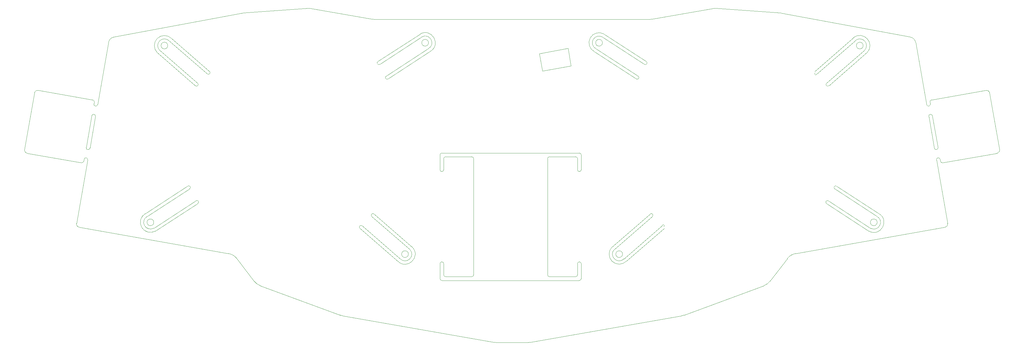
<source format=gm1>
G04 #@! TF.GenerationSoftware,KiCad,Pcbnew,(6.0.2)*
G04 #@! TF.CreationDate,2022-04-12T17:14:15+08:00*
G04 #@! TF.ProjectId,bottom,626f7474-6f6d-42e6-9b69-6361645f7063,rev?*
G04 #@! TF.SameCoordinates,Original*
G04 #@! TF.FileFunction,Profile,NP*
%FSLAX46Y46*%
G04 Gerber Fmt 4.6, Leading zero omitted, Abs format (unit mm)*
G04 Created by KiCad (PCBNEW (6.0.2)) date 2022-04-12 17:14:15*
%MOMM*%
%LPD*%
G01*
G04 APERTURE LIST*
G04 #@! TA.AperFunction,Profile*
%ADD10C,0.100000*%
G04 #@! TD*
G04 APERTURE END LIST*
D10*
X338072820Y-146417726D02*
G75*
G03*
X339162898Y-146226171I545039J95778D01*
G01*
X336414591Y-136966731D02*
X338072820Y-146417726D01*
X335784591Y-133446731D02*
G75*
G03*
X336874669Y-133255176I545039J95778D01*
G01*
X337504669Y-136775176D02*
G75*
G03*
X336414591Y-136966731I-545039J-95778D01*
G01*
X337504669Y-136775176D02*
X339162898Y-146226171D01*
X85891278Y-146226171D02*
G75*
G03*
X86981356Y-146417726I545039J-95777D01*
G01*
X86981356Y-146417726D02*
X88639585Y-136966731D01*
X88179507Y-133255176D02*
G75*
G03*
X89269585Y-133446731I545039J-95777D01*
G01*
X88639585Y-136966731D02*
G75*
G03*
X87549507Y-136775176I-545039J95777D01*
G01*
X85891278Y-146226171D02*
X87549507Y-136775176D01*
X207682197Y-204356477D02*
X217371980Y-204356477D01*
X231412228Y-184756731D02*
X223634170Y-184756942D01*
X104010886Y-166790490D02*
G75*
G03*
X105958672Y-170284217I973889J-1746866D01*
G01*
X254275999Y-107961981D02*
X272207007Y-104800261D01*
X191080000Y-180866939D02*
X191080000Y-185310000D01*
X341220895Y-170006758D02*
X296843327Y-177831721D01*
X313980000Y-113540000D02*
X302462037Y-123553983D01*
X336874669Y-133255176D02*
X336770324Y-132657548D01*
X200525000Y-184756942D02*
X192746942Y-184756731D01*
X188133924Y-117616768D02*
G75*
G03*
X185212244Y-112376178I-1460846J2620292D01*
G01*
X321043289Y-166790490D02*
X308483608Y-158589612D01*
X249479933Y-125817646D02*
G75*
G03*
X249966878Y-124944215I243448J436729D01*
G01*
X246486766Y-180138548D02*
X257807848Y-170298166D01*
X242244125Y-175895907D02*
G75*
G03*
X246486766Y-180138548I2121319J-2121322D01*
G01*
X132774641Y-106096902D02*
X94135012Y-113297435D01*
X92531791Y-114916291D02*
X89269585Y-133446731D01*
X318608556Y-171157649D02*
G75*
G03*
X321530236Y-165917059I1460813J2620310D01*
G01*
X106445619Y-171157649D02*
X119063745Y-162918608D01*
X167953434Y-169591060D02*
G75*
G03*
X167246327Y-170298166I-353564J-353542D01*
G01*
X110563949Y-114420709D02*
X121885031Y-124261090D01*
X318608556Y-171157649D02*
X306048875Y-162956770D01*
X239381091Y-114996473D02*
G75*
G03*
X239381091Y-114996473I-1000000J0D01*
G01*
X223634170Y-148973058D02*
G75*
G03*
X223079170Y-149530000I-2J-555001D01*
G01*
X201080000Y-184200000D02*
X201080000Y-149530000D01*
X192746942Y-148973269D02*
G75*
G03*
X192190000Y-149528269I-1941J-554998D01*
G01*
X231969170Y-184201731D02*
X231969170Y-180866939D01*
X179274516Y-179431441D02*
X167953434Y-169591060D01*
X87840324Y-132025914D02*
X71688689Y-129177585D01*
X83022122Y-168848302D02*
G75*
G03*
X83833282Y-170006758I984808J-173648D01*
G01*
X185212244Y-112376178D02*
X172652563Y-120577056D01*
X302657476Y-123944862D02*
G75*
G03*
X303169144Y-124261090I158114J-316228D01*
G01*
X239841930Y-112376179D02*
G75*
G03*
X236920251Y-117616768I-1460874J-2620275D01*
G01*
X340539585Y-150786731D02*
X356673485Y-147938172D01*
X191080000Y-148420000D02*
X191080000Y-152863061D01*
X314490226Y-114420709D02*
X303169144Y-124261090D01*
X171472770Y-108022750D02*
X253581405Y-108022750D01*
X339898769Y-150337470D02*
G75*
G03*
X340539585Y-150786731I545039J95779D01*
G01*
X161405682Y-196192843D02*
X137608579Y-187386744D01*
X191080000Y-152863061D02*
G75*
G03*
X192190000Y-152863061I555000J0D01*
G01*
X319095503Y-170284217D02*
G75*
G03*
X321043289Y-166790490I973856J1746884D01*
G01*
X182102943Y-176603014D02*
X170781861Y-166762633D01*
X223634170Y-148973058D02*
X231412228Y-148973269D01*
X236920251Y-117616768D02*
X249479932Y-125817647D01*
X107028415Y-117956243D02*
X118349497Y-127796624D01*
X103523939Y-165917059D02*
X116083620Y-157716180D01*
X192190000Y-180866939D02*
G75*
G03*
X191080000Y-180866939I-555000J0D01*
G01*
X242951232Y-176603014D02*
X254272314Y-166762633D01*
X239841930Y-112376178D02*
X252401612Y-120577056D01*
X103523939Y-165917059D02*
G75*
G03*
X106445619Y-171157649I1460831J-2620300D01*
G01*
X245779659Y-179431441D02*
X257100741Y-169591060D01*
X88289586Y-132666731D02*
G75*
G03*
X87840324Y-132025914I-545041J95777D01*
G01*
X200525000Y-184756942D02*
G75*
G03*
X201080000Y-184200000I2J555001D01*
G01*
X170778178Y-107961981D02*
G75*
G03*
X171472770Y-108022750I694586J3939158D01*
G01*
X318025760Y-117956243D02*
X306704678Y-127796624D01*
X116629012Y-158551450D02*
G75*
G03*
X116083620Y-157716180I-243473J436716D01*
G01*
X239354984Y-113249609D02*
X251914665Y-121450488D01*
X308970555Y-157716180D02*
G75*
G03*
X308483608Y-158589612I-243492J-436706D01*
G01*
X233079170Y-180866939D02*
G75*
G03*
X231969170Y-180866939I-555000J0D01*
G01*
X83833282Y-170006758D02*
X128210850Y-177831721D01*
X253581406Y-108022750D02*
G75*
G03*
X254275999Y-107961981I5J3999950D01*
G01*
X206987604Y-204295708D02*
G75*
G03*
X207682197Y-204356477I694588J3939181D01*
G01*
X94135012Y-113297435D02*
G75*
G03*
X92531791Y-114916291I367354J-1967103D01*
G01*
X292503510Y-106138639D02*
X330919165Y-113297435D01*
X341220895Y-170006758D02*
G75*
G03*
X342032055Y-168848302I-173648J984808D01*
G01*
X335784592Y-133446731D02*
X332522386Y-114916291D01*
X187646977Y-116743336D02*
X175087296Y-124944215D01*
X257612408Y-169907287D02*
G75*
G03*
X257100741Y-169591060I-158114J316227D01*
G01*
X353365487Y-129177585D02*
X337219585Y-132016731D01*
X121885031Y-124261090D02*
G75*
G03*
X122592137Y-123553983I353534J353572D01*
G01*
X356673485Y-147938172D02*
G75*
G03*
X357484644Y-146779717I-173649J984808D01*
G01*
X232522228Y-185865000D02*
X191636942Y-185865000D01*
X110563948Y-114420710D02*
G75*
G03*
X107735522Y-117250000I-1414449J-1414409D01*
G01*
X237407197Y-116743336D02*
X249966878Y-124944215D01*
X192190000Y-149528269D02*
X192190000Y-152863061D01*
X229139585Y-116686731D02*
X230049585Y-121906731D01*
X192190000Y-180866939D02*
X192190000Y-184201731D01*
X191080000Y-185310000D02*
G75*
G03*
X191636942Y-185865000I555001J-2D01*
G01*
X132774641Y-106096902D02*
X151871027Y-104749413D01*
X130697393Y-179346003D02*
G75*
G03*
X128210850Y-177831721I-3180243J-2423483D01*
G01*
X342032055Y-168848302D02*
X338702821Y-149937726D01*
X292052271Y-106080865D02*
X273183150Y-104749413D01*
X223079170Y-184200000D02*
G75*
G03*
X223634170Y-184756942I554998J-1941D01*
G01*
X152847170Y-104800261D02*
X170778178Y-107961981D01*
X161405682Y-196192843D02*
G75*
G03*
X162099287Y-196380686I1388912J3754039D01*
G01*
X107735522Y-117250000D02*
X119056604Y-127089517D01*
X231969170Y-149528269D02*
G75*
G03*
X231412228Y-148973269I-555001J2D01*
G01*
X306535822Y-162083339D02*
G75*
G03*
X306048875Y-162956770I-243518J-436691D01*
G01*
X201080000Y-149530000D02*
G75*
G03*
X200525000Y-148973058I-554998J1941D01*
G01*
X88289585Y-132666731D02*
X88179508Y-133255176D01*
X182810050Y-175895907D02*
X171488968Y-166055526D01*
X317318653Y-117250000D02*
G75*
G03*
X314490226Y-114420709I-1413977J1414882D01*
G01*
X217371980Y-204356477D02*
G75*
G03*
X218066572Y-204295708I6J3999927D01*
G01*
X187673084Y-114996473D02*
G75*
G03*
X187673084Y-114996473I-1000000J0D01*
G01*
X239354984Y-113249609D02*
G75*
G03*
X237407197Y-116743336I-973927J-1746845D01*
G01*
X135815641Y-186060306D02*
G75*
G03*
X137608579Y-187386744I3179289J2422455D01*
G01*
X233079170Y-152863061D02*
X233079170Y-148420000D01*
X357484644Y-146779717D02*
X354523943Y-129988744D01*
X339792899Y-149746171D02*
G75*
G03*
X338702821Y-149937726I-545039J-95778D01*
G01*
X337219585Y-132016732D02*
G75*
G03*
X336770324Y-132657548I95779J-545039D01*
G01*
X220629585Y-118256731D02*
X221519585Y-123416731D01*
X251914665Y-121450488D02*
G75*
G03*
X252401612Y-120577056I243403J436755D01*
G01*
X231969170Y-152863061D02*
X231969170Y-149528269D01*
X245365446Y-178017227D02*
G75*
G03*
X245365446Y-178017227I-1000000J0D01*
G01*
X317318653Y-117250000D02*
X305997571Y-127089517D01*
X319095503Y-170284217D02*
X306535822Y-162083339D01*
X263648494Y-196192843D02*
X287445597Y-187386744D01*
X242951232Y-176603014D02*
G75*
G03*
X245779659Y-179431441I1414237J-1414190D01*
G01*
X192190000Y-184201731D02*
G75*
G03*
X192746942Y-184756731I555001J-2D01*
G01*
X242244125Y-175895907D02*
X253565207Y-166055526D01*
X321069396Y-168537354D02*
G75*
G03*
X321069396Y-168537354I-1000000J0D01*
G01*
X86351356Y-149937726D02*
G75*
G03*
X85261278Y-149746171I-545039J95777D01*
G01*
X262954889Y-196380686D02*
G75*
G03*
X263648494Y-196192843I-695307J3941882D01*
G01*
X191636942Y-147865000D02*
X232522228Y-147865000D01*
X105984779Y-168537354D02*
G75*
G03*
X105984779Y-168537354I-1000000J0D01*
G01*
X287445597Y-187386744D02*
G75*
G03*
X289238535Y-186060306I-1386351J3748893D01*
G01*
X254272314Y-166762633D02*
G75*
G03*
X253565207Y-166055526I-353553J353554D01*
G01*
X179274516Y-179431441D02*
G75*
G03*
X182102943Y-176603014I1414190J1414237D01*
G01*
X86351356Y-149937726D02*
X83022122Y-168848302D01*
X354523944Y-129988744D02*
G75*
G03*
X353365487Y-129177585I-984807J-173647D01*
G01*
X152847170Y-104800261D02*
G75*
G03*
X151871027Y-104749413I-695131J-3949560D01*
G01*
X339792899Y-149746171D02*
X339898768Y-150337470D01*
X111271055Y-113713602D02*
X122592137Y-123553983D01*
X206987604Y-204295708D02*
X162099287Y-196380686D01*
X84509585Y-150776732D02*
G75*
G03*
X85150402Y-150327470I95777J545041D01*
G01*
X218066572Y-204295708D02*
X262954889Y-196380686D01*
X105958672Y-170284217D02*
X118518353Y-162083339D01*
X316904440Y-115834922D02*
G75*
G03*
X316904440Y-115834922I-1000000J0D01*
G01*
X233079170Y-148420000D02*
G75*
G03*
X232522228Y-147865000I-555001J2D01*
G01*
X119063745Y-162918608D02*
G75*
G03*
X118518353Y-162083339I-243474J436715D01*
G01*
X104010886Y-166790490D02*
X116629012Y-158551450D01*
X292503510Y-106138639D02*
G75*
G03*
X292052271Y-106080865I-734308J-3944182D01*
G01*
X296843327Y-177831721D02*
G75*
G03*
X294356784Y-179346003I693696J-3937759D01*
G01*
X223079170Y-149530000D02*
X223079170Y-184200000D01*
X67569532Y-146779717D02*
G75*
G03*
X68380692Y-147938172I984810J-173646D01*
G01*
X110149735Y-115834922D02*
G75*
G03*
X110149735Y-115834922I-1000000J0D01*
G01*
X231969170Y-152863061D02*
G75*
G03*
X233079170Y-152863061I555000J0D01*
G01*
X178567409Y-180138548D02*
X167246327Y-170298166D01*
X188133924Y-117616768D02*
X175574243Y-125817647D01*
X71688689Y-129177585D02*
G75*
G03*
X70530234Y-129988744I-173647J-984808D01*
G01*
X85150402Y-150327470D02*
X85261278Y-149746171D01*
X192746942Y-148973269D02*
X200525000Y-148973058D01*
X289238535Y-186060306D02*
X294356784Y-179346003D01*
X181688729Y-178017227D02*
G75*
G03*
X181688729Y-178017227I-1000000J0D01*
G01*
X305997572Y-127089518D02*
G75*
G03*
X306704678Y-127796624I353553J-353553D01*
G01*
X318025759Y-117956242D02*
G75*
G03*
X313980000Y-113540000I-2119555J2119555D01*
G01*
X178567409Y-180138548D02*
G75*
G03*
X182810050Y-175895907I2121304J2121337D01*
G01*
X172652563Y-120577056D02*
G75*
G03*
X173139510Y-121450488I243473J-436716D01*
G01*
X185699191Y-113249609D02*
X173139510Y-121450488D01*
X231412228Y-184756731D02*
G75*
G03*
X231969170Y-184201731I1941J554998D01*
G01*
X191636942Y-147865000D02*
G75*
G03*
X191080000Y-148420000I-1941J-554998D01*
G01*
X175087295Y-124944214D02*
G75*
G03*
X175574243Y-125817647I243472J-436718D01*
G01*
X273183150Y-104749413D02*
G75*
G03*
X272207007Y-104800261I-281012J-4000408D01*
G01*
X118349497Y-127796624D02*
G75*
G03*
X119056604Y-127089517I353535J353572D01*
G01*
X233079170Y-185310000D02*
X233079170Y-180866939D01*
X332522386Y-114916291D02*
G75*
G03*
X330919165Y-113297435I-1970570J-348241D01*
G01*
X171488968Y-166055526D02*
G75*
G03*
X170781861Y-166762633I-353560J-353547D01*
G01*
X70530234Y-129988744D02*
X67569532Y-146779717D01*
X135815641Y-186060306D02*
X130697393Y-179346003D01*
X230049585Y-121906731D02*
X221519585Y-123416731D01*
X111271055Y-113713602D02*
G75*
G03*
X107028415Y-117956243I-2121346J-2121294D01*
G01*
X232522228Y-185865000D02*
G75*
G03*
X233079170Y-185310000I1941J554998D01*
G01*
X321530236Y-165917059D02*
X308970555Y-157716180D01*
X84509585Y-150776731D02*
X68380692Y-147938172D01*
X187646977Y-116743336D02*
G75*
G03*
X185699191Y-113249609I-973906J1746856D01*
G01*
X229139585Y-116686731D02*
X220629585Y-118256731D01*
M02*

</source>
